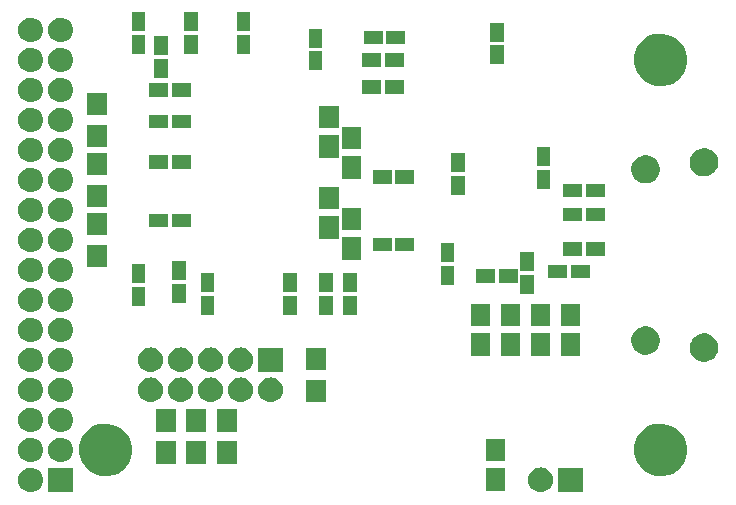
<source format=gbs>
G04 #@! TF.FileFunction,Soldermask,Bot*
%FSLAX46Y46*%
G04 Gerber Fmt 4.6, Leading zero omitted, Abs format (unit mm)*
G04 Created by KiCad (PCBNEW 4.0.4-stable) date 04/10/17 21:25:14*
%MOMM*%
%LPD*%
G01*
G04 APERTURE LIST*
%ADD10C,0.100000*%
G04 APERTURE END LIST*
D10*
G36*
X134831034Y-82786351D02*
X134831052Y-82786357D01*
X134831132Y-82786365D01*
X135026891Y-82846963D01*
X135207153Y-82944430D01*
X135365049Y-83075053D01*
X135494567Y-83233858D01*
X135590773Y-83414795D01*
X135650003Y-83610973D01*
X135670000Y-83814919D01*
X135670000Y-83825154D01*
X135669927Y-83835685D01*
X135669926Y-83835692D01*
X135669898Y-83839741D01*
X135647055Y-84043388D01*
X135585092Y-84238720D01*
X135486369Y-84418296D01*
X135354647Y-84575277D01*
X135194941Y-84703684D01*
X135013337Y-84798624D01*
X134816750Y-84856483D01*
X134816680Y-84856489D01*
X134816661Y-84856495D01*
X134612675Y-84875059D01*
X134408966Y-84853649D01*
X134408948Y-84853643D01*
X134408868Y-84853635D01*
X134213109Y-84793037D01*
X134032847Y-84695570D01*
X133874951Y-84564947D01*
X133745433Y-84406142D01*
X133649227Y-84225205D01*
X133589997Y-84029027D01*
X133570000Y-83825081D01*
X133570000Y-83814846D01*
X133570073Y-83804315D01*
X133570074Y-83804308D01*
X133570102Y-83800259D01*
X133592945Y-83596612D01*
X133654908Y-83401280D01*
X133753631Y-83221704D01*
X133885353Y-83064723D01*
X134045059Y-82936316D01*
X134226663Y-82841376D01*
X134423250Y-82783517D01*
X134423320Y-82783511D01*
X134423339Y-82783505D01*
X134627325Y-82764941D01*
X134831034Y-82786351D01*
X134831034Y-82786351D01*
G37*
G36*
X138210000Y-84870000D02*
X136110000Y-84870000D01*
X136110000Y-82770000D01*
X138210000Y-82770000D01*
X138210000Y-84870000D01*
X138210000Y-84870000D01*
G37*
G36*
X91455685Y-82770073D02*
X91455692Y-82770074D01*
X91459741Y-82770102D01*
X91663388Y-82792945D01*
X91858720Y-82854908D01*
X92038296Y-82953631D01*
X92195277Y-83085353D01*
X92323684Y-83245059D01*
X92418624Y-83426663D01*
X92476483Y-83623250D01*
X92476489Y-83623320D01*
X92476495Y-83623339D01*
X92495059Y-83827325D01*
X92473649Y-84031034D01*
X92473643Y-84031052D01*
X92473635Y-84031132D01*
X92413037Y-84226891D01*
X92315570Y-84407153D01*
X92184947Y-84565049D01*
X92026142Y-84694567D01*
X91845205Y-84790773D01*
X91649027Y-84850003D01*
X91445081Y-84870000D01*
X91434846Y-84870000D01*
X91424315Y-84869927D01*
X91424308Y-84869926D01*
X91420259Y-84869898D01*
X91216612Y-84847055D01*
X91021280Y-84785092D01*
X90841704Y-84686369D01*
X90684723Y-84554647D01*
X90556316Y-84394941D01*
X90461376Y-84213337D01*
X90403517Y-84016750D01*
X90403511Y-84016680D01*
X90403505Y-84016661D01*
X90384941Y-83812675D01*
X90406351Y-83608966D01*
X90406357Y-83608948D01*
X90406365Y-83608868D01*
X90466963Y-83413109D01*
X90564430Y-83232847D01*
X90695053Y-83074951D01*
X90853858Y-82945433D01*
X91034795Y-82849227D01*
X91230973Y-82789997D01*
X91434919Y-82770000D01*
X91445154Y-82770000D01*
X91455685Y-82770073D01*
X91455685Y-82770073D01*
G37*
G36*
X95030000Y-84870000D02*
X92930000Y-84870000D01*
X92930000Y-82770000D01*
X95030000Y-82770000D01*
X95030000Y-84870000D01*
X95030000Y-84870000D01*
G37*
G36*
X131635000Y-84750000D02*
X129985000Y-84750000D01*
X129985000Y-82850000D01*
X131635000Y-82850000D01*
X131635000Y-84750000D01*
X131635000Y-84750000D01*
G37*
G36*
X145014437Y-79049483D02*
X145443218Y-79137498D01*
X145846732Y-79307120D01*
X146209619Y-79551891D01*
X146518049Y-79862481D01*
X146760277Y-80227065D01*
X146927080Y-80631758D01*
X147011963Y-81060452D01*
X147011963Y-81060468D01*
X147012096Y-81061141D01*
X147005115Y-81561097D01*
X147004964Y-81561760D01*
X147004964Y-81561784D01*
X146908144Y-81987936D01*
X146730105Y-82387820D01*
X146477793Y-82745493D01*
X146160810Y-83047353D01*
X145791226Y-83281897D01*
X145383139Y-83440184D01*
X144952064Y-83516195D01*
X144514442Y-83507027D01*
X144086935Y-83413035D01*
X143685826Y-83237794D01*
X143326395Y-82987983D01*
X143022330Y-82673114D01*
X142785214Y-82305181D01*
X142624077Y-81898198D01*
X142545061Y-81467673D01*
X142551173Y-81030000D01*
X142642180Y-80601844D01*
X142814617Y-80199518D01*
X143061913Y-79838352D01*
X143374650Y-79532097D01*
X143740916Y-79292419D01*
X144146761Y-79128447D01*
X144576728Y-79046426D01*
X145014437Y-79049483D01*
X145014437Y-79049483D01*
G37*
G36*
X98024437Y-79049483D02*
X98453218Y-79137498D01*
X98856732Y-79307120D01*
X99219619Y-79551891D01*
X99528049Y-79862481D01*
X99770277Y-80227065D01*
X99937080Y-80631758D01*
X100021963Y-81060452D01*
X100021963Y-81060468D01*
X100022096Y-81061141D01*
X100015115Y-81561097D01*
X100014964Y-81561760D01*
X100014964Y-81561784D01*
X99918144Y-81987936D01*
X99740105Y-82387820D01*
X99487793Y-82745493D01*
X99170810Y-83047353D01*
X98801226Y-83281897D01*
X98393139Y-83440184D01*
X97962064Y-83516195D01*
X97524442Y-83507027D01*
X97096935Y-83413035D01*
X96695826Y-83237794D01*
X96336395Y-82987983D01*
X96032330Y-82673114D01*
X95795214Y-82305181D01*
X95634077Y-81898198D01*
X95555061Y-81467673D01*
X95561173Y-81030000D01*
X95652180Y-80601844D01*
X95824617Y-80199518D01*
X96071913Y-79838352D01*
X96384650Y-79532097D01*
X96750916Y-79292419D01*
X97156761Y-79128447D01*
X97586728Y-79046426D01*
X98024437Y-79049483D01*
X98024437Y-79049483D01*
G37*
G36*
X108927000Y-82437000D02*
X107227000Y-82437000D01*
X107227000Y-80537000D01*
X108927000Y-80537000D01*
X108927000Y-82437000D01*
X108927000Y-82437000D01*
G37*
G36*
X106260000Y-82437000D02*
X104560000Y-82437000D01*
X104560000Y-80537000D01*
X106260000Y-80537000D01*
X106260000Y-82437000D01*
X106260000Y-82437000D01*
G37*
G36*
X103720000Y-82437000D02*
X102020000Y-82437000D01*
X102020000Y-80537000D01*
X103720000Y-80537000D01*
X103720000Y-82437000D01*
X103720000Y-82437000D01*
G37*
G36*
X93995685Y-80230073D02*
X93995692Y-80230074D01*
X93999741Y-80230102D01*
X94203388Y-80252945D01*
X94398720Y-80314908D01*
X94578296Y-80413631D01*
X94735277Y-80545353D01*
X94863684Y-80705059D01*
X94958624Y-80886663D01*
X95016483Y-81083250D01*
X95016489Y-81083320D01*
X95016495Y-81083339D01*
X95035059Y-81287325D01*
X95013649Y-81491034D01*
X95013643Y-81491052D01*
X95013635Y-81491132D01*
X94953037Y-81686891D01*
X94855570Y-81867153D01*
X94724947Y-82025049D01*
X94566142Y-82154567D01*
X94385205Y-82250773D01*
X94189027Y-82310003D01*
X93985081Y-82330000D01*
X93974846Y-82330000D01*
X93964315Y-82329927D01*
X93964308Y-82329926D01*
X93960259Y-82329898D01*
X93756612Y-82307055D01*
X93561280Y-82245092D01*
X93381704Y-82146369D01*
X93224723Y-82014647D01*
X93096316Y-81854941D01*
X93001376Y-81673337D01*
X92943517Y-81476750D01*
X92943511Y-81476680D01*
X92943505Y-81476661D01*
X92924941Y-81272675D01*
X92946351Y-81068966D01*
X92946357Y-81068948D01*
X92946365Y-81068868D01*
X93006963Y-80873109D01*
X93104430Y-80692847D01*
X93235053Y-80534951D01*
X93393858Y-80405433D01*
X93574795Y-80309227D01*
X93770973Y-80249997D01*
X93974919Y-80230000D01*
X93985154Y-80230000D01*
X93995685Y-80230073D01*
X93995685Y-80230073D01*
G37*
G36*
X91455685Y-80230073D02*
X91455692Y-80230074D01*
X91459741Y-80230102D01*
X91663388Y-80252945D01*
X91858720Y-80314908D01*
X92038296Y-80413631D01*
X92195277Y-80545353D01*
X92323684Y-80705059D01*
X92418624Y-80886663D01*
X92476483Y-81083250D01*
X92476489Y-81083320D01*
X92476495Y-81083339D01*
X92495059Y-81287325D01*
X92473649Y-81491034D01*
X92473643Y-81491052D01*
X92473635Y-81491132D01*
X92413037Y-81686891D01*
X92315570Y-81867153D01*
X92184947Y-82025049D01*
X92026142Y-82154567D01*
X91845205Y-82250773D01*
X91649027Y-82310003D01*
X91445081Y-82330000D01*
X91434846Y-82330000D01*
X91424315Y-82329927D01*
X91424308Y-82329926D01*
X91420259Y-82329898D01*
X91216612Y-82307055D01*
X91021280Y-82245092D01*
X90841704Y-82146369D01*
X90684723Y-82014647D01*
X90556316Y-81854941D01*
X90461376Y-81673337D01*
X90403517Y-81476750D01*
X90403511Y-81476680D01*
X90403505Y-81476661D01*
X90384941Y-81272675D01*
X90406351Y-81068966D01*
X90406357Y-81068948D01*
X90406365Y-81068868D01*
X90466963Y-80873109D01*
X90564430Y-80692847D01*
X90695053Y-80534951D01*
X90853858Y-80405433D01*
X91034795Y-80309227D01*
X91230973Y-80249997D01*
X91434919Y-80230000D01*
X91445154Y-80230000D01*
X91455685Y-80230073D01*
X91455685Y-80230073D01*
G37*
G36*
X131635000Y-82250000D02*
X129985000Y-82250000D01*
X129985000Y-80350000D01*
X131635000Y-80350000D01*
X131635000Y-82250000D01*
X131635000Y-82250000D01*
G37*
G36*
X91455685Y-77690073D02*
X91455692Y-77690074D01*
X91459741Y-77690102D01*
X91663388Y-77712945D01*
X91858720Y-77774908D01*
X92038296Y-77873631D01*
X92195277Y-78005353D01*
X92323684Y-78165059D01*
X92418624Y-78346663D01*
X92476483Y-78543250D01*
X92476489Y-78543320D01*
X92476495Y-78543339D01*
X92495059Y-78747325D01*
X92473649Y-78951034D01*
X92473643Y-78951052D01*
X92473635Y-78951132D01*
X92413037Y-79146891D01*
X92315570Y-79327153D01*
X92184947Y-79485049D01*
X92026142Y-79614567D01*
X91845205Y-79710773D01*
X91649027Y-79770003D01*
X91445081Y-79790000D01*
X91434846Y-79790000D01*
X91424315Y-79789927D01*
X91424308Y-79789926D01*
X91420259Y-79789898D01*
X91216612Y-79767055D01*
X91021280Y-79705092D01*
X90841704Y-79606369D01*
X90684723Y-79474647D01*
X90556316Y-79314941D01*
X90461376Y-79133337D01*
X90403517Y-78936750D01*
X90403511Y-78936680D01*
X90403505Y-78936661D01*
X90384941Y-78732675D01*
X90406351Y-78528966D01*
X90406357Y-78528948D01*
X90406365Y-78528868D01*
X90466963Y-78333109D01*
X90564430Y-78152847D01*
X90695053Y-77994951D01*
X90853858Y-77865433D01*
X91034795Y-77769227D01*
X91230973Y-77709997D01*
X91434919Y-77690000D01*
X91445154Y-77690000D01*
X91455685Y-77690073D01*
X91455685Y-77690073D01*
G37*
G36*
X93995685Y-77690073D02*
X93995692Y-77690074D01*
X93999741Y-77690102D01*
X94203388Y-77712945D01*
X94398720Y-77774908D01*
X94578296Y-77873631D01*
X94735277Y-78005353D01*
X94863684Y-78165059D01*
X94958624Y-78346663D01*
X95016483Y-78543250D01*
X95016489Y-78543320D01*
X95016495Y-78543339D01*
X95035059Y-78747325D01*
X95013649Y-78951034D01*
X95013643Y-78951052D01*
X95013635Y-78951132D01*
X94953037Y-79146891D01*
X94855570Y-79327153D01*
X94724947Y-79485049D01*
X94566142Y-79614567D01*
X94385205Y-79710773D01*
X94189027Y-79770003D01*
X93985081Y-79790000D01*
X93974846Y-79790000D01*
X93964315Y-79789927D01*
X93964308Y-79789926D01*
X93960259Y-79789898D01*
X93756612Y-79767055D01*
X93561280Y-79705092D01*
X93381704Y-79606369D01*
X93224723Y-79474647D01*
X93096316Y-79314941D01*
X93001376Y-79133337D01*
X92943517Y-78936750D01*
X92943511Y-78936680D01*
X92943505Y-78936661D01*
X92924941Y-78732675D01*
X92946351Y-78528966D01*
X92946357Y-78528948D01*
X92946365Y-78528868D01*
X93006963Y-78333109D01*
X93104430Y-78152847D01*
X93235053Y-77994951D01*
X93393858Y-77865433D01*
X93574795Y-77769227D01*
X93770973Y-77709997D01*
X93974919Y-77690000D01*
X93985154Y-77690000D01*
X93995685Y-77690073D01*
X93995685Y-77690073D01*
G37*
G36*
X106260000Y-79737000D02*
X104560000Y-79737000D01*
X104560000Y-77837000D01*
X106260000Y-77837000D01*
X106260000Y-79737000D01*
X106260000Y-79737000D01*
G37*
G36*
X108927000Y-79737000D02*
X107227000Y-79737000D01*
X107227000Y-77837000D01*
X108927000Y-77837000D01*
X108927000Y-79737000D01*
X108927000Y-79737000D01*
G37*
G36*
X103720000Y-79737000D02*
X102020000Y-79737000D01*
X102020000Y-77837000D01*
X103720000Y-77837000D01*
X103720000Y-79737000D01*
X103720000Y-79737000D01*
G37*
G36*
X109431034Y-75166351D02*
X109431052Y-75166357D01*
X109431132Y-75166365D01*
X109626891Y-75226963D01*
X109807153Y-75324430D01*
X109965049Y-75455053D01*
X110094567Y-75613858D01*
X110190773Y-75794795D01*
X110250003Y-75990973D01*
X110270000Y-76194919D01*
X110270000Y-76205154D01*
X110269927Y-76215685D01*
X110269926Y-76215692D01*
X110269898Y-76219741D01*
X110247055Y-76423388D01*
X110185092Y-76618720D01*
X110086369Y-76798296D01*
X109954647Y-76955277D01*
X109794941Y-77083684D01*
X109613337Y-77178624D01*
X109416750Y-77236483D01*
X109416680Y-77236489D01*
X109416661Y-77236495D01*
X109212675Y-77255059D01*
X109008966Y-77233649D01*
X109008948Y-77233643D01*
X109008868Y-77233635D01*
X108813109Y-77173037D01*
X108632847Y-77075570D01*
X108474951Y-76944947D01*
X108345433Y-76786142D01*
X108249227Y-76605205D01*
X108189997Y-76409027D01*
X108170000Y-76205081D01*
X108170000Y-76194846D01*
X108170073Y-76184315D01*
X108170074Y-76184308D01*
X108170102Y-76180259D01*
X108192945Y-75976612D01*
X108254908Y-75781280D01*
X108353631Y-75601704D01*
X108485353Y-75444723D01*
X108645059Y-75316316D01*
X108826663Y-75221376D01*
X109023250Y-75163517D01*
X109023320Y-75163511D01*
X109023339Y-75163505D01*
X109227325Y-75144941D01*
X109431034Y-75166351D01*
X109431034Y-75166351D01*
G37*
G36*
X101811034Y-75166351D02*
X101811052Y-75166357D01*
X101811132Y-75166365D01*
X102006891Y-75226963D01*
X102187153Y-75324430D01*
X102345049Y-75455053D01*
X102474567Y-75613858D01*
X102570773Y-75794795D01*
X102630003Y-75990973D01*
X102650000Y-76194919D01*
X102650000Y-76205154D01*
X102649927Y-76215685D01*
X102649926Y-76215692D01*
X102649898Y-76219741D01*
X102627055Y-76423388D01*
X102565092Y-76618720D01*
X102466369Y-76798296D01*
X102334647Y-76955277D01*
X102174941Y-77083684D01*
X101993337Y-77178624D01*
X101796750Y-77236483D01*
X101796680Y-77236489D01*
X101796661Y-77236495D01*
X101592675Y-77255059D01*
X101388966Y-77233649D01*
X101388948Y-77233643D01*
X101388868Y-77233635D01*
X101193109Y-77173037D01*
X101012847Y-77075570D01*
X100854951Y-76944947D01*
X100725433Y-76786142D01*
X100629227Y-76605205D01*
X100569997Y-76409027D01*
X100550000Y-76205081D01*
X100550000Y-76194846D01*
X100550073Y-76184315D01*
X100550074Y-76184308D01*
X100550102Y-76180259D01*
X100572945Y-75976612D01*
X100634908Y-75781280D01*
X100733631Y-75601704D01*
X100865353Y-75444723D01*
X101025059Y-75316316D01*
X101206663Y-75221376D01*
X101403250Y-75163517D01*
X101403320Y-75163511D01*
X101403339Y-75163505D01*
X101607325Y-75144941D01*
X101811034Y-75166351D01*
X101811034Y-75166351D01*
G37*
G36*
X104351034Y-75166351D02*
X104351052Y-75166357D01*
X104351132Y-75166365D01*
X104546891Y-75226963D01*
X104727153Y-75324430D01*
X104885049Y-75455053D01*
X105014567Y-75613858D01*
X105110773Y-75794795D01*
X105170003Y-75990973D01*
X105190000Y-76194919D01*
X105190000Y-76205154D01*
X105189927Y-76215685D01*
X105189926Y-76215692D01*
X105189898Y-76219741D01*
X105167055Y-76423388D01*
X105105092Y-76618720D01*
X105006369Y-76798296D01*
X104874647Y-76955277D01*
X104714941Y-77083684D01*
X104533337Y-77178624D01*
X104336750Y-77236483D01*
X104336680Y-77236489D01*
X104336661Y-77236495D01*
X104132675Y-77255059D01*
X103928966Y-77233649D01*
X103928948Y-77233643D01*
X103928868Y-77233635D01*
X103733109Y-77173037D01*
X103552847Y-77075570D01*
X103394951Y-76944947D01*
X103265433Y-76786142D01*
X103169227Y-76605205D01*
X103109997Y-76409027D01*
X103090000Y-76205081D01*
X103090000Y-76194846D01*
X103090073Y-76184315D01*
X103090074Y-76184308D01*
X103090102Y-76180259D01*
X103112945Y-75976612D01*
X103174908Y-75781280D01*
X103273631Y-75601704D01*
X103405353Y-75444723D01*
X103565059Y-75316316D01*
X103746663Y-75221376D01*
X103943250Y-75163517D01*
X103943320Y-75163511D01*
X103943339Y-75163505D01*
X104147325Y-75144941D01*
X104351034Y-75166351D01*
X104351034Y-75166351D01*
G37*
G36*
X111971034Y-75166351D02*
X111971052Y-75166357D01*
X111971132Y-75166365D01*
X112166891Y-75226963D01*
X112347153Y-75324430D01*
X112505049Y-75455053D01*
X112634567Y-75613858D01*
X112730773Y-75794795D01*
X112790003Y-75990973D01*
X112810000Y-76194919D01*
X112810000Y-76205154D01*
X112809927Y-76215685D01*
X112809926Y-76215692D01*
X112809898Y-76219741D01*
X112787055Y-76423388D01*
X112725092Y-76618720D01*
X112626369Y-76798296D01*
X112494647Y-76955277D01*
X112334941Y-77083684D01*
X112153337Y-77178624D01*
X111956750Y-77236483D01*
X111956680Y-77236489D01*
X111956661Y-77236495D01*
X111752675Y-77255059D01*
X111548966Y-77233649D01*
X111548948Y-77233643D01*
X111548868Y-77233635D01*
X111353109Y-77173037D01*
X111172847Y-77075570D01*
X111014951Y-76944947D01*
X110885433Y-76786142D01*
X110789227Y-76605205D01*
X110729997Y-76409027D01*
X110710000Y-76205081D01*
X110710000Y-76194846D01*
X110710073Y-76184315D01*
X110710074Y-76184308D01*
X110710102Y-76180259D01*
X110732945Y-75976612D01*
X110794908Y-75781280D01*
X110893631Y-75601704D01*
X111025353Y-75444723D01*
X111185059Y-75316316D01*
X111366663Y-75221376D01*
X111563250Y-75163517D01*
X111563320Y-75163511D01*
X111563339Y-75163505D01*
X111767325Y-75144941D01*
X111971034Y-75166351D01*
X111971034Y-75166351D01*
G37*
G36*
X106891034Y-75166351D02*
X106891052Y-75166357D01*
X106891132Y-75166365D01*
X107086891Y-75226963D01*
X107267153Y-75324430D01*
X107425049Y-75455053D01*
X107554567Y-75613858D01*
X107650773Y-75794795D01*
X107710003Y-75990973D01*
X107730000Y-76194919D01*
X107730000Y-76205154D01*
X107729927Y-76215685D01*
X107729926Y-76215692D01*
X107729898Y-76219741D01*
X107707055Y-76423388D01*
X107645092Y-76618720D01*
X107546369Y-76798296D01*
X107414647Y-76955277D01*
X107254941Y-77083684D01*
X107073337Y-77178624D01*
X106876750Y-77236483D01*
X106876680Y-77236489D01*
X106876661Y-77236495D01*
X106672675Y-77255059D01*
X106468966Y-77233649D01*
X106468948Y-77233643D01*
X106468868Y-77233635D01*
X106273109Y-77173037D01*
X106092847Y-77075570D01*
X105934951Y-76944947D01*
X105805433Y-76786142D01*
X105709227Y-76605205D01*
X105649997Y-76409027D01*
X105630000Y-76205081D01*
X105630000Y-76194846D01*
X105630073Y-76184315D01*
X105630074Y-76184308D01*
X105630102Y-76180259D01*
X105652945Y-75976612D01*
X105714908Y-75781280D01*
X105813631Y-75601704D01*
X105945353Y-75444723D01*
X106105059Y-75316316D01*
X106286663Y-75221376D01*
X106483250Y-75163517D01*
X106483320Y-75163511D01*
X106483339Y-75163505D01*
X106687325Y-75144941D01*
X106891034Y-75166351D01*
X106891034Y-75166351D01*
G37*
G36*
X91455685Y-75150073D02*
X91455692Y-75150074D01*
X91459741Y-75150102D01*
X91663388Y-75172945D01*
X91858720Y-75234908D01*
X92038296Y-75333631D01*
X92195277Y-75465353D01*
X92323684Y-75625059D01*
X92418624Y-75806663D01*
X92476483Y-76003250D01*
X92476489Y-76003320D01*
X92476495Y-76003339D01*
X92495059Y-76207325D01*
X92473649Y-76411034D01*
X92473643Y-76411052D01*
X92473635Y-76411132D01*
X92413037Y-76606891D01*
X92315570Y-76787153D01*
X92184947Y-76945049D01*
X92026142Y-77074567D01*
X91845205Y-77170773D01*
X91649027Y-77230003D01*
X91445081Y-77250000D01*
X91434846Y-77250000D01*
X91424315Y-77249927D01*
X91424308Y-77249926D01*
X91420259Y-77249898D01*
X91216612Y-77227055D01*
X91021280Y-77165092D01*
X90841704Y-77066369D01*
X90684723Y-76934647D01*
X90556316Y-76774941D01*
X90461376Y-76593337D01*
X90403517Y-76396750D01*
X90403511Y-76396680D01*
X90403505Y-76396661D01*
X90384941Y-76192675D01*
X90406351Y-75988966D01*
X90406357Y-75988948D01*
X90406365Y-75988868D01*
X90466963Y-75793109D01*
X90564430Y-75612847D01*
X90695053Y-75454951D01*
X90853858Y-75325433D01*
X91034795Y-75229227D01*
X91230973Y-75169997D01*
X91434919Y-75150000D01*
X91445154Y-75150000D01*
X91455685Y-75150073D01*
X91455685Y-75150073D01*
G37*
G36*
X93995685Y-75150073D02*
X93995692Y-75150074D01*
X93999741Y-75150102D01*
X94203388Y-75172945D01*
X94398720Y-75234908D01*
X94578296Y-75333631D01*
X94735277Y-75465353D01*
X94863684Y-75625059D01*
X94958624Y-75806663D01*
X95016483Y-76003250D01*
X95016489Y-76003320D01*
X95016495Y-76003339D01*
X95035059Y-76207325D01*
X95013649Y-76411034D01*
X95013643Y-76411052D01*
X95013635Y-76411132D01*
X94953037Y-76606891D01*
X94855570Y-76787153D01*
X94724947Y-76945049D01*
X94566142Y-77074567D01*
X94385205Y-77170773D01*
X94189027Y-77230003D01*
X93985081Y-77250000D01*
X93974846Y-77250000D01*
X93964315Y-77249927D01*
X93964308Y-77249926D01*
X93960259Y-77249898D01*
X93756612Y-77227055D01*
X93561280Y-77165092D01*
X93381704Y-77066369D01*
X93224723Y-76934647D01*
X93096316Y-76774941D01*
X93001376Y-76593337D01*
X92943517Y-76396750D01*
X92943511Y-76396680D01*
X92943505Y-76396661D01*
X92924941Y-76192675D01*
X92946351Y-75988966D01*
X92946357Y-75988948D01*
X92946365Y-75988868D01*
X93006963Y-75793109D01*
X93104430Y-75612847D01*
X93235053Y-75454951D01*
X93393858Y-75325433D01*
X93574795Y-75229227D01*
X93770973Y-75169997D01*
X93974919Y-75150000D01*
X93985154Y-75150000D01*
X93995685Y-75150073D01*
X93995685Y-75150073D01*
G37*
G36*
X116420000Y-77230000D02*
X114720000Y-77230000D01*
X114720000Y-75330000D01*
X116420000Y-75330000D01*
X116420000Y-77230000D01*
X116420000Y-77230000D01*
G37*
G36*
X104351034Y-72626351D02*
X104351052Y-72626357D01*
X104351132Y-72626365D01*
X104546891Y-72686963D01*
X104727153Y-72784430D01*
X104885049Y-72915053D01*
X105014567Y-73073858D01*
X105110773Y-73254795D01*
X105170003Y-73450973D01*
X105190000Y-73654919D01*
X105190000Y-73665154D01*
X105189927Y-73675685D01*
X105189926Y-73675692D01*
X105189898Y-73679741D01*
X105167055Y-73883388D01*
X105105092Y-74078720D01*
X105006369Y-74258296D01*
X104874647Y-74415277D01*
X104714941Y-74543684D01*
X104533337Y-74638624D01*
X104336750Y-74696483D01*
X104336680Y-74696489D01*
X104336661Y-74696495D01*
X104132675Y-74715059D01*
X103928966Y-74693649D01*
X103928948Y-74693643D01*
X103928868Y-74693635D01*
X103733109Y-74633037D01*
X103552847Y-74535570D01*
X103394951Y-74404947D01*
X103265433Y-74246142D01*
X103169227Y-74065205D01*
X103109997Y-73869027D01*
X103090000Y-73665081D01*
X103090000Y-73654846D01*
X103090073Y-73644315D01*
X103090074Y-73644308D01*
X103090102Y-73640259D01*
X103112945Y-73436612D01*
X103174908Y-73241280D01*
X103273631Y-73061704D01*
X103405353Y-72904723D01*
X103565059Y-72776316D01*
X103746663Y-72681376D01*
X103943250Y-72623517D01*
X103943320Y-72623511D01*
X103943339Y-72623505D01*
X104147325Y-72604941D01*
X104351034Y-72626351D01*
X104351034Y-72626351D01*
G37*
G36*
X109431034Y-72626351D02*
X109431052Y-72626357D01*
X109431132Y-72626365D01*
X109626891Y-72686963D01*
X109807153Y-72784430D01*
X109965049Y-72915053D01*
X110094567Y-73073858D01*
X110190773Y-73254795D01*
X110250003Y-73450973D01*
X110270000Y-73654919D01*
X110270000Y-73665154D01*
X110269927Y-73675685D01*
X110269926Y-73675692D01*
X110269898Y-73679741D01*
X110247055Y-73883388D01*
X110185092Y-74078720D01*
X110086369Y-74258296D01*
X109954647Y-74415277D01*
X109794941Y-74543684D01*
X109613337Y-74638624D01*
X109416750Y-74696483D01*
X109416680Y-74696489D01*
X109416661Y-74696495D01*
X109212675Y-74715059D01*
X109008966Y-74693649D01*
X109008948Y-74693643D01*
X109008868Y-74693635D01*
X108813109Y-74633037D01*
X108632847Y-74535570D01*
X108474951Y-74404947D01*
X108345433Y-74246142D01*
X108249227Y-74065205D01*
X108189997Y-73869027D01*
X108170000Y-73665081D01*
X108170000Y-73654846D01*
X108170073Y-73644315D01*
X108170074Y-73644308D01*
X108170102Y-73640259D01*
X108192945Y-73436612D01*
X108254908Y-73241280D01*
X108353631Y-73061704D01*
X108485353Y-72904723D01*
X108645059Y-72776316D01*
X108826663Y-72681376D01*
X109023250Y-72623517D01*
X109023320Y-72623511D01*
X109023339Y-72623505D01*
X109227325Y-72604941D01*
X109431034Y-72626351D01*
X109431034Y-72626351D01*
G37*
G36*
X101811034Y-72626351D02*
X101811052Y-72626357D01*
X101811132Y-72626365D01*
X102006891Y-72686963D01*
X102187153Y-72784430D01*
X102345049Y-72915053D01*
X102474567Y-73073858D01*
X102570773Y-73254795D01*
X102630003Y-73450973D01*
X102650000Y-73654919D01*
X102650000Y-73665154D01*
X102649927Y-73675685D01*
X102649926Y-73675692D01*
X102649898Y-73679741D01*
X102627055Y-73883388D01*
X102565092Y-74078720D01*
X102466369Y-74258296D01*
X102334647Y-74415277D01*
X102174941Y-74543684D01*
X101993337Y-74638624D01*
X101796750Y-74696483D01*
X101796680Y-74696489D01*
X101796661Y-74696495D01*
X101592675Y-74715059D01*
X101388966Y-74693649D01*
X101388948Y-74693643D01*
X101388868Y-74693635D01*
X101193109Y-74633037D01*
X101012847Y-74535570D01*
X100854951Y-74404947D01*
X100725433Y-74246142D01*
X100629227Y-74065205D01*
X100569997Y-73869027D01*
X100550000Y-73665081D01*
X100550000Y-73654846D01*
X100550073Y-73644315D01*
X100550074Y-73644308D01*
X100550102Y-73640259D01*
X100572945Y-73436612D01*
X100634908Y-73241280D01*
X100733631Y-73061704D01*
X100865353Y-72904723D01*
X101025059Y-72776316D01*
X101206663Y-72681376D01*
X101403250Y-72623517D01*
X101403320Y-72623511D01*
X101403339Y-72623505D01*
X101607325Y-72604941D01*
X101811034Y-72626351D01*
X101811034Y-72626351D01*
G37*
G36*
X106891034Y-72626351D02*
X106891052Y-72626357D01*
X106891132Y-72626365D01*
X107086891Y-72686963D01*
X107267153Y-72784430D01*
X107425049Y-72915053D01*
X107554567Y-73073858D01*
X107650773Y-73254795D01*
X107710003Y-73450973D01*
X107730000Y-73654919D01*
X107730000Y-73665154D01*
X107729927Y-73675685D01*
X107729926Y-73675692D01*
X107729898Y-73679741D01*
X107707055Y-73883388D01*
X107645092Y-74078720D01*
X107546369Y-74258296D01*
X107414647Y-74415277D01*
X107254941Y-74543684D01*
X107073337Y-74638624D01*
X106876750Y-74696483D01*
X106876680Y-74696489D01*
X106876661Y-74696495D01*
X106672675Y-74715059D01*
X106468966Y-74693649D01*
X106468948Y-74693643D01*
X106468868Y-74693635D01*
X106273109Y-74633037D01*
X106092847Y-74535570D01*
X105934951Y-74404947D01*
X105805433Y-74246142D01*
X105709227Y-74065205D01*
X105649997Y-73869027D01*
X105630000Y-73665081D01*
X105630000Y-73654846D01*
X105630073Y-73644315D01*
X105630074Y-73644308D01*
X105630102Y-73640259D01*
X105652945Y-73436612D01*
X105714908Y-73241280D01*
X105813631Y-73061704D01*
X105945353Y-72904723D01*
X106105059Y-72776316D01*
X106286663Y-72681376D01*
X106483250Y-72623517D01*
X106483320Y-72623511D01*
X106483339Y-72623505D01*
X106687325Y-72604941D01*
X106891034Y-72626351D01*
X106891034Y-72626351D01*
G37*
G36*
X112810000Y-74710000D02*
X110710000Y-74710000D01*
X110710000Y-72610000D01*
X112810000Y-72610000D01*
X112810000Y-74710000D01*
X112810000Y-74710000D01*
G37*
G36*
X93995685Y-72610073D02*
X93995692Y-72610074D01*
X93999741Y-72610102D01*
X94203388Y-72632945D01*
X94398720Y-72694908D01*
X94578296Y-72793631D01*
X94735277Y-72925353D01*
X94863684Y-73085059D01*
X94958624Y-73266663D01*
X95016483Y-73463250D01*
X95016489Y-73463320D01*
X95016495Y-73463339D01*
X95035059Y-73667325D01*
X95013649Y-73871034D01*
X95013643Y-73871052D01*
X95013635Y-73871132D01*
X94953037Y-74066891D01*
X94855570Y-74247153D01*
X94724947Y-74405049D01*
X94566142Y-74534567D01*
X94385205Y-74630773D01*
X94189027Y-74690003D01*
X93985081Y-74710000D01*
X93974846Y-74710000D01*
X93964315Y-74709927D01*
X93964308Y-74709926D01*
X93960259Y-74709898D01*
X93756612Y-74687055D01*
X93561280Y-74625092D01*
X93381704Y-74526369D01*
X93224723Y-74394647D01*
X93096316Y-74234941D01*
X93001376Y-74053337D01*
X92943517Y-73856750D01*
X92943511Y-73856680D01*
X92943505Y-73856661D01*
X92924941Y-73652675D01*
X92946351Y-73448966D01*
X92946357Y-73448948D01*
X92946365Y-73448868D01*
X93006963Y-73253109D01*
X93104430Y-73072847D01*
X93235053Y-72914951D01*
X93393858Y-72785433D01*
X93574795Y-72689227D01*
X93770973Y-72629997D01*
X93974919Y-72610000D01*
X93985154Y-72610000D01*
X93995685Y-72610073D01*
X93995685Y-72610073D01*
G37*
G36*
X91455685Y-72610073D02*
X91455692Y-72610074D01*
X91459741Y-72610102D01*
X91663388Y-72632945D01*
X91858720Y-72694908D01*
X92038296Y-72793631D01*
X92195277Y-72925353D01*
X92323684Y-73085059D01*
X92418624Y-73266663D01*
X92476483Y-73463250D01*
X92476489Y-73463320D01*
X92476495Y-73463339D01*
X92495059Y-73667325D01*
X92473649Y-73871034D01*
X92473643Y-73871052D01*
X92473635Y-73871132D01*
X92413037Y-74066891D01*
X92315570Y-74247153D01*
X92184947Y-74405049D01*
X92026142Y-74534567D01*
X91845205Y-74630773D01*
X91649027Y-74690003D01*
X91445081Y-74710000D01*
X91434846Y-74710000D01*
X91424315Y-74709927D01*
X91424308Y-74709926D01*
X91420259Y-74709898D01*
X91216612Y-74687055D01*
X91021280Y-74625092D01*
X90841704Y-74526369D01*
X90684723Y-74394647D01*
X90556316Y-74234941D01*
X90461376Y-74053337D01*
X90403517Y-73856750D01*
X90403511Y-73856680D01*
X90403505Y-73856661D01*
X90384941Y-73652675D01*
X90406351Y-73448966D01*
X90406357Y-73448948D01*
X90406365Y-73448868D01*
X90466963Y-73253109D01*
X90564430Y-73072847D01*
X90695053Y-72914951D01*
X90853858Y-72785433D01*
X91034795Y-72689227D01*
X91230973Y-72629997D01*
X91434919Y-72610000D01*
X91445154Y-72610000D01*
X91455685Y-72610073D01*
X91455685Y-72610073D01*
G37*
G36*
X116420000Y-74530000D02*
X114720000Y-74530000D01*
X114720000Y-72630000D01*
X116420000Y-72630000D01*
X116420000Y-74530000D01*
X116420000Y-74530000D01*
G37*
G36*
X148586041Y-71420796D02*
X148816570Y-71468116D01*
X149033512Y-71559310D01*
X149228615Y-71690908D01*
X149394436Y-71857891D01*
X149524666Y-72053904D01*
X149614347Y-72271486D01*
X149659919Y-72501641D01*
X149659919Y-72501666D01*
X149660051Y-72502334D01*
X149656298Y-72771128D01*
X149656147Y-72771791D01*
X149656147Y-72771815D01*
X149604164Y-73000612D01*
X149508445Y-73215603D01*
X149372794Y-73407900D01*
X149202372Y-73570191D01*
X149003669Y-73696291D01*
X148784270Y-73781391D01*
X148552507Y-73822257D01*
X148317226Y-73817328D01*
X148087385Y-73766795D01*
X147871734Y-73672579D01*
X147678491Y-73538272D01*
X147515015Y-73368987D01*
X147387533Y-73171173D01*
X147300899Y-72952363D01*
X147258418Y-72720900D01*
X147261704Y-72485592D01*
X147310633Y-72255400D01*
X147403341Y-72039094D01*
X147536296Y-71844919D01*
X147704433Y-71680268D01*
X147901354Y-71551406D01*
X148119547Y-71463250D01*
X148350714Y-71419152D01*
X148586041Y-71420796D01*
X148586041Y-71420796D01*
G37*
G36*
X135445000Y-73320000D02*
X133795000Y-73320000D01*
X133795000Y-71420000D01*
X135445000Y-71420000D01*
X135445000Y-73320000D01*
X135445000Y-73320000D01*
G37*
G36*
X130365000Y-73320000D02*
X128715000Y-73320000D01*
X128715000Y-71420000D01*
X130365000Y-71420000D01*
X130365000Y-73320000D01*
X130365000Y-73320000D01*
G37*
G36*
X132905000Y-73320000D02*
X131255000Y-73320000D01*
X131255000Y-71420000D01*
X132905000Y-71420000D01*
X132905000Y-73320000D01*
X132905000Y-73320000D01*
G37*
G36*
X137985000Y-73320000D02*
X136335000Y-73320000D01*
X136335000Y-71420000D01*
X137985000Y-71420000D01*
X137985000Y-73320000D01*
X137985000Y-73320000D01*
G37*
G36*
X143636041Y-70820796D02*
X143866570Y-70868116D01*
X144083512Y-70959310D01*
X144278615Y-71090908D01*
X144444436Y-71257891D01*
X144574666Y-71453904D01*
X144664347Y-71671486D01*
X144709919Y-71901641D01*
X144709919Y-71901666D01*
X144710051Y-71902334D01*
X144706298Y-72171128D01*
X144706147Y-72171791D01*
X144706147Y-72171815D01*
X144654164Y-72400612D01*
X144558445Y-72615603D01*
X144422794Y-72807900D01*
X144252372Y-72970191D01*
X144053669Y-73096291D01*
X143834270Y-73181391D01*
X143602507Y-73222257D01*
X143367226Y-73217328D01*
X143137385Y-73166795D01*
X142921734Y-73072579D01*
X142728491Y-72938272D01*
X142565015Y-72768987D01*
X142437533Y-72571173D01*
X142350899Y-72352363D01*
X142308418Y-72120900D01*
X142311704Y-71885592D01*
X142360633Y-71655400D01*
X142453341Y-71439094D01*
X142586296Y-71244919D01*
X142754433Y-71080268D01*
X142951354Y-70951406D01*
X143169547Y-70863250D01*
X143400714Y-70819152D01*
X143636041Y-70820796D01*
X143636041Y-70820796D01*
G37*
G36*
X93995685Y-70070073D02*
X93995692Y-70070074D01*
X93999741Y-70070102D01*
X94203388Y-70092945D01*
X94398720Y-70154908D01*
X94578296Y-70253631D01*
X94735277Y-70385353D01*
X94863684Y-70545059D01*
X94958624Y-70726663D01*
X95016483Y-70923250D01*
X95016489Y-70923320D01*
X95016495Y-70923339D01*
X95035059Y-71127325D01*
X95013649Y-71331034D01*
X95013643Y-71331052D01*
X95013635Y-71331132D01*
X94953037Y-71526891D01*
X94855570Y-71707153D01*
X94724947Y-71865049D01*
X94566142Y-71994567D01*
X94385205Y-72090773D01*
X94189027Y-72150003D01*
X93985081Y-72170000D01*
X93974846Y-72170000D01*
X93964315Y-72169927D01*
X93964308Y-72169926D01*
X93960259Y-72169898D01*
X93756612Y-72147055D01*
X93561280Y-72085092D01*
X93381704Y-71986369D01*
X93224723Y-71854647D01*
X93096316Y-71694941D01*
X93001376Y-71513337D01*
X92943517Y-71316750D01*
X92943511Y-71316680D01*
X92943505Y-71316661D01*
X92924941Y-71112675D01*
X92946351Y-70908966D01*
X92946357Y-70908948D01*
X92946365Y-70908868D01*
X93006963Y-70713109D01*
X93104430Y-70532847D01*
X93235053Y-70374951D01*
X93393858Y-70245433D01*
X93574795Y-70149227D01*
X93770973Y-70089997D01*
X93974919Y-70070000D01*
X93985154Y-70070000D01*
X93995685Y-70070073D01*
X93995685Y-70070073D01*
G37*
G36*
X91455685Y-70070073D02*
X91455692Y-70070074D01*
X91459741Y-70070102D01*
X91663388Y-70092945D01*
X91858720Y-70154908D01*
X92038296Y-70253631D01*
X92195277Y-70385353D01*
X92323684Y-70545059D01*
X92418624Y-70726663D01*
X92476483Y-70923250D01*
X92476489Y-70923320D01*
X92476495Y-70923339D01*
X92495059Y-71127325D01*
X92473649Y-71331034D01*
X92473643Y-71331052D01*
X92473635Y-71331132D01*
X92413037Y-71526891D01*
X92315570Y-71707153D01*
X92184947Y-71865049D01*
X92026142Y-71994567D01*
X91845205Y-72090773D01*
X91649027Y-72150003D01*
X91445081Y-72170000D01*
X91434846Y-72170000D01*
X91424315Y-72169927D01*
X91424308Y-72169926D01*
X91420259Y-72169898D01*
X91216612Y-72147055D01*
X91021280Y-72085092D01*
X90841704Y-71986369D01*
X90684723Y-71854647D01*
X90556316Y-71694941D01*
X90461376Y-71513337D01*
X90403517Y-71316750D01*
X90403511Y-71316680D01*
X90403505Y-71316661D01*
X90384941Y-71112675D01*
X90406351Y-70908966D01*
X90406357Y-70908948D01*
X90406365Y-70908868D01*
X90466963Y-70713109D01*
X90564430Y-70532847D01*
X90695053Y-70374951D01*
X90853858Y-70245433D01*
X91034795Y-70149227D01*
X91230973Y-70089997D01*
X91434919Y-70070000D01*
X91445154Y-70070000D01*
X91455685Y-70070073D01*
X91455685Y-70070073D01*
G37*
G36*
X130365000Y-70820000D02*
X128715000Y-70820000D01*
X128715000Y-68920000D01*
X130365000Y-68920000D01*
X130365000Y-70820000D01*
X130365000Y-70820000D01*
G37*
G36*
X135445000Y-70820000D02*
X133795000Y-70820000D01*
X133795000Y-68920000D01*
X135445000Y-68920000D01*
X135445000Y-70820000D01*
X135445000Y-70820000D01*
G37*
G36*
X132905000Y-70820000D02*
X131255000Y-70820000D01*
X131255000Y-68920000D01*
X132905000Y-68920000D01*
X132905000Y-70820000D01*
X132905000Y-70820000D01*
G37*
G36*
X137985000Y-70820000D02*
X136335000Y-70820000D01*
X136335000Y-68920000D01*
X137985000Y-68920000D01*
X137985000Y-70820000D01*
X137985000Y-70820000D01*
G37*
G36*
X117034000Y-69822000D02*
X115884000Y-69822000D01*
X115884000Y-68222000D01*
X117034000Y-68222000D01*
X117034000Y-69822000D01*
X117034000Y-69822000D01*
G37*
G36*
X119066000Y-69822000D02*
X117916000Y-69822000D01*
X117916000Y-68222000D01*
X119066000Y-68222000D01*
X119066000Y-69822000D01*
X119066000Y-69822000D01*
G37*
G36*
X113986000Y-69822000D02*
X112836000Y-69822000D01*
X112836000Y-68222000D01*
X113986000Y-68222000D01*
X113986000Y-69822000D01*
X113986000Y-69822000D01*
G37*
G36*
X107001000Y-69822000D02*
X105851000Y-69822000D01*
X105851000Y-68222000D01*
X107001000Y-68222000D01*
X107001000Y-69822000D01*
X107001000Y-69822000D01*
G37*
G36*
X91455685Y-67530073D02*
X91455692Y-67530074D01*
X91459741Y-67530102D01*
X91663388Y-67552945D01*
X91858720Y-67614908D01*
X92038296Y-67713631D01*
X92195277Y-67845353D01*
X92323684Y-68005059D01*
X92418624Y-68186663D01*
X92476483Y-68383250D01*
X92476489Y-68383320D01*
X92476495Y-68383339D01*
X92495059Y-68587325D01*
X92473649Y-68791034D01*
X92473643Y-68791052D01*
X92473635Y-68791132D01*
X92413037Y-68986891D01*
X92315570Y-69167153D01*
X92184947Y-69325049D01*
X92026142Y-69454567D01*
X91845205Y-69550773D01*
X91649027Y-69610003D01*
X91445081Y-69630000D01*
X91434846Y-69630000D01*
X91424315Y-69629927D01*
X91424308Y-69629926D01*
X91420259Y-69629898D01*
X91216612Y-69607055D01*
X91021280Y-69545092D01*
X90841704Y-69446369D01*
X90684723Y-69314647D01*
X90556316Y-69154941D01*
X90461376Y-68973337D01*
X90403517Y-68776750D01*
X90403511Y-68776680D01*
X90403505Y-68776661D01*
X90384941Y-68572675D01*
X90406351Y-68368966D01*
X90406357Y-68368948D01*
X90406365Y-68368868D01*
X90466963Y-68173109D01*
X90564430Y-67992847D01*
X90695053Y-67834951D01*
X90853858Y-67705433D01*
X91034795Y-67609227D01*
X91230973Y-67549997D01*
X91434919Y-67530000D01*
X91445154Y-67530000D01*
X91455685Y-67530073D01*
X91455685Y-67530073D01*
G37*
G36*
X93995685Y-67530073D02*
X93995692Y-67530074D01*
X93999741Y-67530102D01*
X94203388Y-67552945D01*
X94398720Y-67614908D01*
X94578296Y-67713631D01*
X94735277Y-67845353D01*
X94863684Y-68005059D01*
X94958624Y-68186663D01*
X95016483Y-68383250D01*
X95016489Y-68383320D01*
X95016495Y-68383339D01*
X95035059Y-68587325D01*
X95013649Y-68791034D01*
X95013643Y-68791052D01*
X95013635Y-68791132D01*
X94953037Y-68986891D01*
X94855570Y-69167153D01*
X94724947Y-69325049D01*
X94566142Y-69454567D01*
X94385205Y-69550773D01*
X94189027Y-69610003D01*
X93985081Y-69630000D01*
X93974846Y-69630000D01*
X93964315Y-69629927D01*
X93964308Y-69629926D01*
X93960259Y-69629898D01*
X93756612Y-69607055D01*
X93561280Y-69545092D01*
X93381704Y-69446369D01*
X93224723Y-69314647D01*
X93096316Y-69154941D01*
X93001376Y-68973337D01*
X92943517Y-68776750D01*
X92943511Y-68776680D01*
X92943505Y-68776661D01*
X92924941Y-68572675D01*
X92946351Y-68368966D01*
X92946357Y-68368948D01*
X92946365Y-68368868D01*
X93006963Y-68173109D01*
X93104430Y-67992847D01*
X93235053Y-67834951D01*
X93393858Y-67705433D01*
X93574795Y-67609227D01*
X93770973Y-67549997D01*
X93974919Y-67530000D01*
X93985154Y-67530000D01*
X93995685Y-67530073D01*
X93995685Y-67530073D01*
G37*
G36*
X101159000Y-69060000D02*
X100009000Y-69060000D01*
X100009000Y-67460000D01*
X101159000Y-67460000D01*
X101159000Y-69060000D01*
X101159000Y-69060000D01*
G37*
G36*
X104588000Y-68806000D02*
X103438000Y-68806000D01*
X103438000Y-67206000D01*
X104588000Y-67206000D01*
X104588000Y-68806000D01*
X104588000Y-68806000D01*
G37*
G36*
X134052000Y-68044000D02*
X132902000Y-68044000D01*
X132902000Y-66444000D01*
X134052000Y-66444000D01*
X134052000Y-68044000D01*
X134052000Y-68044000D01*
G37*
G36*
X117034000Y-67922000D02*
X115884000Y-67922000D01*
X115884000Y-66322000D01*
X117034000Y-66322000D01*
X117034000Y-67922000D01*
X117034000Y-67922000D01*
G37*
G36*
X113986000Y-67922000D02*
X112836000Y-67922000D01*
X112836000Y-66322000D01*
X113986000Y-66322000D01*
X113986000Y-67922000D01*
X113986000Y-67922000D01*
G37*
G36*
X107001000Y-67922000D02*
X105851000Y-67922000D01*
X105851000Y-66322000D01*
X107001000Y-66322000D01*
X107001000Y-67922000D01*
X107001000Y-67922000D01*
G37*
G36*
X119066000Y-67922000D02*
X117916000Y-67922000D01*
X117916000Y-66322000D01*
X119066000Y-66322000D01*
X119066000Y-67922000D01*
X119066000Y-67922000D01*
G37*
G36*
X127321000Y-67282000D02*
X126171000Y-67282000D01*
X126171000Y-65682000D01*
X127321000Y-65682000D01*
X127321000Y-67282000D01*
X127321000Y-67282000D01*
G37*
G36*
X101159000Y-67160000D02*
X100009000Y-67160000D01*
X100009000Y-65560000D01*
X101159000Y-65560000D01*
X101159000Y-67160000D01*
X101159000Y-67160000D01*
G37*
G36*
X130787000Y-67123000D02*
X129187000Y-67123000D01*
X129187000Y-65973000D01*
X130787000Y-65973000D01*
X130787000Y-67123000D01*
X130787000Y-67123000D01*
G37*
G36*
X132687000Y-67123000D02*
X131087000Y-67123000D01*
X131087000Y-65973000D01*
X132687000Y-65973000D01*
X132687000Y-67123000D01*
X132687000Y-67123000D01*
G37*
G36*
X93995685Y-64990073D02*
X93995692Y-64990074D01*
X93999741Y-64990102D01*
X94203388Y-65012945D01*
X94398720Y-65074908D01*
X94578296Y-65173631D01*
X94735277Y-65305353D01*
X94863684Y-65465059D01*
X94958624Y-65646663D01*
X95016483Y-65843250D01*
X95016489Y-65843320D01*
X95016495Y-65843339D01*
X95035059Y-66047325D01*
X95013649Y-66251034D01*
X95013643Y-66251052D01*
X95013635Y-66251132D01*
X94953037Y-66446891D01*
X94855570Y-66627153D01*
X94724947Y-66785049D01*
X94566142Y-66914567D01*
X94385205Y-67010773D01*
X94189027Y-67070003D01*
X93985081Y-67090000D01*
X93974846Y-67090000D01*
X93964315Y-67089927D01*
X93964308Y-67089926D01*
X93960259Y-67089898D01*
X93756612Y-67067055D01*
X93561280Y-67005092D01*
X93381704Y-66906369D01*
X93224723Y-66774647D01*
X93096316Y-66614941D01*
X93001376Y-66433337D01*
X92943517Y-66236750D01*
X92943511Y-66236680D01*
X92943505Y-66236661D01*
X92924941Y-66032675D01*
X92946351Y-65828966D01*
X92946357Y-65828948D01*
X92946365Y-65828868D01*
X93006963Y-65633109D01*
X93104430Y-65452847D01*
X93235053Y-65294951D01*
X93393858Y-65165433D01*
X93574795Y-65069227D01*
X93770973Y-65009997D01*
X93974919Y-64990000D01*
X93985154Y-64990000D01*
X93995685Y-64990073D01*
X93995685Y-64990073D01*
G37*
G36*
X91455685Y-64990073D02*
X91455692Y-64990074D01*
X91459741Y-64990102D01*
X91663388Y-65012945D01*
X91858720Y-65074908D01*
X92038296Y-65173631D01*
X92195277Y-65305353D01*
X92323684Y-65465059D01*
X92418624Y-65646663D01*
X92476483Y-65843250D01*
X92476489Y-65843320D01*
X92476495Y-65843339D01*
X92495059Y-66047325D01*
X92473649Y-66251034D01*
X92473643Y-66251052D01*
X92473635Y-66251132D01*
X92413037Y-66446891D01*
X92315570Y-66627153D01*
X92184947Y-66785049D01*
X92026142Y-66914567D01*
X91845205Y-67010773D01*
X91649027Y-67070003D01*
X91445081Y-67090000D01*
X91434846Y-67090000D01*
X91424315Y-67089927D01*
X91424308Y-67089926D01*
X91420259Y-67089898D01*
X91216612Y-67067055D01*
X91021280Y-67005092D01*
X90841704Y-66906369D01*
X90684723Y-66774647D01*
X90556316Y-66614941D01*
X90461376Y-66433337D01*
X90403517Y-66236750D01*
X90403511Y-66236680D01*
X90403505Y-66236661D01*
X90384941Y-66032675D01*
X90406351Y-65828966D01*
X90406357Y-65828948D01*
X90406365Y-65828868D01*
X90466963Y-65633109D01*
X90564430Y-65452847D01*
X90695053Y-65294951D01*
X90853858Y-65165433D01*
X91034795Y-65069227D01*
X91230973Y-65009997D01*
X91434919Y-64990000D01*
X91445154Y-64990000D01*
X91455685Y-64990073D01*
X91455685Y-64990073D01*
G37*
G36*
X104588000Y-66906000D02*
X103438000Y-66906000D01*
X103438000Y-65306000D01*
X104588000Y-65306000D01*
X104588000Y-66906000D01*
X104588000Y-66906000D01*
G37*
G36*
X136883000Y-66742000D02*
X135283000Y-66742000D01*
X135283000Y-65592000D01*
X136883000Y-65592000D01*
X136883000Y-66742000D01*
X136883000Y-66742000D01*
G37*
G36*
X138783000Y-66742000D02*
X137183000Y-66742000D01*
X137183000Y-65592000D01*
X138783000Y-65592000D01*
X138783000Y-66742000D01*
X138783000Y-66742000D01*
G37*
G36*
X134052000Y-66144000D02*
X132902000Y-66144000D01*
X132902000Y-64544000D01*
X134052000Y-64544000D01*
X134052000Y-66144000D01*
X134052000Y-66144000D01*
G37*
G36*
X97878000Y-65800000D02*
X96178000Y-65800000D01*
X96178000Y-63900000D01*
X97878000Y-63900000D01*
X97878000Y-65800000D01*
X97878000Y-65800000D01*
G37*
G36*
X127321000Y-65382000D02*
X126171000Y-65382000D01*
X126171000Y-63782000D01*
X127321000Y-63782000D01*
X127321000Y-65382000D01*
X127321000Y-65382000D01*
G37*
G36*
X119443000Y-65192000D02*
X117793000Y-65192000D01*
X117793000Y-63292000D01*
X119443000Y-63292000D01*
X119443000Y-65192000D01*
X119443000Y-65192000D01*
G37*
G36*
X138153000Y-64837000D02*
X136553000Y-64837000D01*
X136553000Y-63687000D01*
X138153000Y-63687000D01*
X138153000Y-64837000D01*
X138153000Y-64837000D01*
G37*
G36*
X140053000Y-64837000D02*
X138453000Y-64837000D01*
X138453000Y-63687000D01*
X140053000Y-63687000D01*
X140053000Y-64837000D01*
X140053000Y-64837000D01*
G37*
G36*
X91455685Y-62450073D02*
X91455692Y-62450074D01*
X91459741Y-62450102D01*
X91663388Y-62472945D01*
X91858720Y-62534908D01*
X92038296Y-62633631D01*
X92195277Y-62765353D01*
X92323684Y-62925059D01*
X92418624Y-63106663D01*
X92476483Y-63303250D01*
X92476489Y-63303320D01*
X92476495Y-63303339D01*
X92495059Y-63507325D01*
X92473649Y-63711034D01*
X92473643Y-63711052D01*
X92473635Y-63711132D01*
X92413037Y-63906891D01*
X92315570Y-64087153D01*
X92184947Y-64245049D01*
X92026142Y-64374567D01*
X91845205Y-64470773D01*
X91649027Y-64530003D01*
X91445081Y-64550000D01*
X91434846Y-64550000D01*
X91424315Y-64549927D01*
X91424308Y-64549926D01*
X91420259Y-64549898D01*
X91216612Y-64527055D01*
X91021280Y-64465092D01*
X90841704Y-64366369D01*
X90684723Y-64234647D01*
X90556316Y-64074941D01*
X90461376Y-63893337D01*
X90403517Y-63696750D01*
X90403511Y-63696680D01*
X90403505Y-63696661D01*
X90384941Y-63492675D01*
X90406351Y-63288966D01*
X90406357Y-63288948D01*
X90406365Y-63288868D01*
X90466963Y-63093109D01*
X90564430Y-62912847D01*
X90695053Y-62754951D01*
X90853858Y-62625433D01*
X91034795Y-62529227D01*
X91230973Y-62469997D01*
X91434919Y-62450000D01*
X91445154Y-62450000D01*
X91455685Y-62450073D01*
X91455685Y-62450073D01*
G37*
G36*
X93995685Y-62450073D02*
X93995692Y-62450074D01*
X93999741Y-62450102D01*
X94203388Y-62472945D01*
X94398720Y-62534908D01*
X94578296Y-62633631D01*
X94735277Y-62765353D01*
X94863684Y-62925059D01*
X94958624Y-63106663D01*
X95016483Y-63303250D01*
X95016489Y-63303320D01*
X95016495Y-63303339D01*
X95035059Y-63507325D01*
X95013649Y-63711034D01*
X95013643Y-63711052D01*
X95013635Y-63711132D01*
X94953037Y-63906891D01*
X94855570Y-64087153D01*
X94724947Y-64245049D01*
X94566142Y-64374567D01*
X94385205Y-64470773D01*
X94189027Y-64530003D01*
X93985081Y-64550000D01*
X93974846Y-64550000D01*
X93964315Y-64549927D01*
X93964308Y-64549926D01*
X93960259Y-64549898D01*
X93756612Y-64527055D01*
X93561280Y-64465092D01*
X93381704Y-64366369D01*
X93224723Y-64234647D01*
X93096316Y-64074941D01*
X93001376Y-63893337D01*
X92943517Y-63696750D01*
X92943511Y-63696680D01*
X92943505Y-63696661D01*
X92924941Y-63492675D01*
X92946351Y-63288966D01*
X92946357Y-63288948D01*
X92946365Y-63288868D01*
X93006963Y-63093109D01*
X93104430Y-62912847D01*
X93235053Y-62754951D01*
X93393858Y-62625433D01*
X93574795Y-62529227D01*
X93770973Y-62469997D01*
X93974919Y-62450000D01*
X93985154Y-62450000D01*
X93995685Y-62450073D01*
X93995685Y-62450073D01*
G37*
G36*
X122024000Y-64456000D02*
X120424000Y-64456000D01*
X120424000Y-63306000D01*
X122024000Y-63306000D01*
X122024000Y-64456000D01*
X122024000Y-64456000D01*
G37*
G36*
X123924000Y-64456000D02*
X122324000Y-64456000D01*
X122324000Y-63306000D01*
X123924000Y-63306000D01*
X123924000Y-64456000D01*
X123924000Y-64456000D01*
G37*
G36*
X117538000Y-63414000D02*
X115888000Y-63414000D01*
X115888000Y-61514000D01*
X117538000Y-61514000D01*
X117538000Y-63414000D01*
X117538000Y-63414000D01*
G37*
G36*
X97878000Y-63100000D02*
X96178000Y-63100000D01*
X96178000Y-61200000D01*
X97878000Y-61200000D01*
X97878000Y-63100000D01*
X97878000Y-63100000D01*
G37*
G36*
X119443000Y-62692000D02*
X117793000Y-62692000D01*
X117793000Y-60792000D01*
X119443000Y-60792000D01*
X119443000Y-62692000D01*
X119443000Y-62692000D01*
G37*
G36*
X105001000Y-62424000D02*
X103401000Y-62424000D01*
X103401000Y-61274000D01*
X105001000Y-61274000D01*
X105001000Y-62424000D01*
X105001000Y-62424000D01*
G37*
G36*
X103101000Y-62424000D02*
X101501000Y-62424000D01*
X101501000Y-61274000D01*
X103101000Y-61274000D01*
X103101000Y-62424000D01*
X103101000Y-62424000D01*
G37*
G36*
X93995685Y-59910073D02*
X93995692Y-59910074D01*
X93999741Y-59910102D01*
X94203388Y-59932945D01*
X94398720Y-59994908D01*
X94578296Y-60093631D01*
X94735277Y-60225353D01*
X94863684Y-60385059D01*
X94958624Y-60566663D01*
X95016483Y-60763250D01*
X95016489Y-60763320D01*
X95016495Y-60763339D01*
X95035059Y-60967325D01*
X95013649Y-61171034D01*
X95013643Y-61171052D01*
X95013635Y-61171132D01*
X94953037Y-61366891D01*
X94855570Y-61547153D01*
X94724947Y-61705049D01*
X94566142Y-61834567D01*
X94385205Y-61930773D01*
X94189027Y-61990003D01*
X93985081Y-62010000D01*
X93974846Y-62010000D01*
X93964315Y-62009927D01*
X93964308Y-62009926D01*
X93960259Y-62009898D01*
X93756612Y-61987055D01*
X93561280Y-61925092D01*
X93381704Y-61826369D01*
X93224723Y-61694647D01*
X93096316Y-61534941D01*
X93001376Y-61353337D01*
X92943517Y-61156750D01*
X92943511Y-61156680D01*
X92943505Y-61156661D01*
X92924941Y-60952675D01*
X92946351Y-60748966D01*
X92946357Y-60748948D01*
X92946365Y-60748868D01*
X93006963Y-60553109D01*
X93104430Y-60372847D01*
X93235053Y-60214951D01*
X93393858Y-60085433D01*
X93574795Y-59989227D01*
X93770973Y-59929997D01*
X93974919Y-59910000D01*
X93985154Y-59910000D01*
X93995685Y-59910073D01*
X93995685Y-59910073D01*
G37*
G36*
X91455685Y-59910073D02*
X91455692Y-59910074D01*
X91459741Y-59910102D01*
X91663388Y-59932945D01*
X91858720Y-59994908D01*
X92038296Y-60093631D01*
X92195277Y-60225353D01*
X92323684Y-60385059D01*
X92418624Y-60566663D01*
X92476483Y-60763250D01*
X92476489Y-60763320D01*
X92476495Y-60763339D01*
X92495059Y-60967325D01*
X92473649Y-61171034D01*
X92473643Y-61171052D01*
X92473635Y-61171132D01*
X92413037Y-61366891D01*
X92315570Y-61547153D01*
X92184947Y-61705049D01*
X92026142Y-61834567D01*
X91845205Y-61930773D01*
X91649027Y-61990003D01*
X91445081Y-62010000D01*
X91434846Y-62010000D01*
X91424315Y-62009927D01*
X91424308Y-62009926D01*
X91420259Y-62009898D01*
X91216612Y-61987055D01*
X91021280Y-61925092D01*
X90841704Y-61826369D01*
X90684723Y-61694647D01*
X90556316Y-61534941D01*
X90461376Y-61353337D01*
X90403517Y-61156750D01*
X90403511Y-61156680D01*
X90403505Y-61156661D01*
X90384941Y-60952675D01*
X90406351Y-60748966D01*
X90406357Y-60748948D01*
X90406365Y-60748868D01*
X90466963Y-60553109D01*
X90564430Y-60372847D01*
X90695053Y-60214951D01*
X90853858Y-60085433D01*
X91034795Y-59989227D01*
X91230973Y-59929997D01*
X91434919Y-59910000D01*
X91445154Y-59910000D01*
X91455685Y-59910073D01*
X91455685Y-59910073D01*
G37*
G36*
X138153000Y-61916000D02*
X136553000Y-61916000D01*
X136553000Y-60766000D01*
X138153000Y-60766000D01*
X138153000Y-61916000D01*
X138153000Y-61916000D01*
G37*
G36*
X140053000Y-61916000D02*
X138453000Y-61916000D01*
X138453000Y-60766000D01*
X140053000Y-60766000D01*
X140053000Y-61916000D01*
X140053000Y-61916000D01*
G37*
G36*
X117538000Y-60914000D02*
X115888000Y-60914000D01*
X115888000Y-59014000D01*
X117538000Y-59014000D01*
X117538000Y-60914000D01*
X117538000Y-60914000D01*
G37*
G36*
X97878000Y-60720000D02*
X96178000Y-60720000D01*
X96178000Y-58820000D01*
X97878000Y-58820000D01*
X97878000Y-60720000D01*
X97878000Y-60720000D01*
G37*
G36*
X140053000Y-59884000D02*
X138453000Y-59884000D01*
X138453000Y-58734000D01*
X140053000Y-58734000D01*
X140053000Y-59884000D01*
X140053000Y-59884000D01*
G37*
G36*
X138153000Y-59884000D02*
X136553000Y-59884000D01*
X136553000Y-58734000D01*
X138153000Y-58734000D01*
X138153000Y-59884000D01*
X138153000Y-59884000D01*
G37*
G36*
X128210000Y-59662000D02*
X127060000Y-59662000D01*
X127060000Y-58062000D01*
X128210000Y-58062000D01*
X128210000Y-59662000D01*
X128210000Y-59662000D01*
G37*
G36*
X91455685Y-57370073D02*
X91455692Y-57370074D01*
X91459741Y-57370102D01*
X91663388Y-57392945D01*
X91858720Y-57454908D01*
X92038296Y-57553631D01*
X92195277Y-57685353D01*
X92323684Y-57845059D01*
X92418624Y-58026663D01*
X92476483Y-58223250D01*
X92476489Y-58223320D01*
X92476495Y-58223339D01*
X92495059Y-58427325D01*
X92473649Y-58631034D01*
X92473643Y-58631052D01*
X92473635Y-58631132D01*
X92413037Y-58826891D01*
X92315570Y-59007153D01*
X92184947Y-59165049D01*
X92026142Y-59294567D01*
X91845205Y-59390773D01*
X91649027Y-59450003D01*
X91445081Y-59470000D01*
X91434846Y-59470000D01*
X91424315Y-59469927D01*
X91424308Y-59469926D01*
X91420259Y-59469898D01*
X91216612Y-59447055D01*
X91021280Y-59385092D01*
X90841704Y-59286369D01*
X90684723Y-59154647D01*
X90556316Y-58994941D01*
X90461376Y-58813337D01*
X90403517Y-58616750D01*
X90403511Y-58616680D01*
X90403505Y-58616661D01*
X90384941Y-58412675D01*
X90406351Y-58208966D01*
X90406357Y-58208948D01*
X90406365Y-58208868D01*
X90466963Y-58013109D01*
X90564430Y-57832847D01*
X90695053Y-57674951D01*
X90853858Y-57545433D01*
X91034795Y-57449227D01*
X91230973Y-57389997D01*
X91434919Y-57370000D01*
X91445154Y-57370000D01*
X91455685Y-57370073D01*
X91455685Y-57370073D01*
G37*
G36*
X93995685Y-57370073D02*
X93995692Y-57370074D01*
X93999741Y-57370102D01*
X94203388Y-57392945D01*
X94398720Y-57454908D01*
X94578296Y-57553631D01*
X94735277Y-57685353D01*
X94863684Y-57845059D01*
X94958624Y-58026663D01*
X95016483Y-58223250D01*
X95016489Y-58223320D01*
X95016495Y-58223339D01*
X95035059Y-58427325D01*
X95013649Y-58631034D01*
X95013643Y-58631052D01*
X95013635Y-58631132D01*
X94953037Y-58826891D01*
X94855570Y-59007153D01*
X94724947Y-59165049D01*
X94566142Y-59294567D01*
X94385205Y-59390773D01*
X94189027Y-59450003D01*
X93985081Y-59470000D01*
X93974846Y-59470000D01*
X93964315Y-59469927D01*
X93964308Y-59469926D01*
X93960259Y-59469898D01*
X93756612Y-59447055D01*
X93561280Y-59385092D01*
X93381704Y-59286369D01*
X93224723Y-59154647D01*
X93096316Y-58994941D01*
X93001376Y-58813337D01*
X92943517Y-58616750D01*
X92943511Y-58616680D01*
X92943505Y-58616661D01*
X92924941Y-58412675D01*
X92946351Y-58208966D01*
X92946357Y-58208948D01*
X92946365Y-58208868D01*
X93006963Y-58013109D01*
X93104430Y-57832847D01*
X93235053Y-57674951D01*
X93393858Y-57545433D01*
X93574795Y-57449227D01*
X93770973Y-57389997D01*
X93974919Y-57370000D01*
X93985154Y-57370000D01*
X93995685Y-57370073D01*
X93995685Y-57370073D01*
G37*
G36*
X135449000Y-59154000D02*
X134299000Y-59154000D01*
X134299000Y-57554000D01*
X135449000Y-57554000D01*
X135449000Y-59154000D01*
X135449000Y-59154000D01*
G37*
G36*
X122024000Y-58741000D02*
X120424000Y-58741000D01*
X120424000Y-57591000D01*
X122024000Y-57591000D01*
X122024000Y-58741000D01*
X122024000Y-58741000D01*
G37*
G36*
X123924000Y-58741000D02*
X122324000Y-58741000D01*
X122324000Y-57591000D01*
X123924000Y-57591000D01*
X123924000Y-58741000D01*
X123924000Y-58741000D01*
G37*
G36*
X143636041Y-56320796D02*
X143866570Y-56368116D01*
X144083512Y-56459310D01*
X144278615Y-56590908D01*
X144444436Y-56757891D01*
X144574666Y-56953904D01*
X144664347Y-57171486D01*
X144709919Y-57401641D01*
X144709919Y-57401666D01*
X144710051Y-57402334D01*
X144706298Y-57671128D01*
X144706147Y-57671791D01*
X144706147Y-57671815D01*
X144654164Y-57900612D01*
X144558445Y-58115603D01*
X144422794Y-58307900D01*
X144252372Y-58470191D01*
X144053669Y-58596291D01*
X143834270Y-58681391D01*
X143602507Y-58722257D01*
X143367226Y-58717328D01*
X143137385Y-58666795D01*
X142921734Y-58572579D01*
X142728491Y-58438272D01*
X142565015Y-58268987D01*
X142437533Y-58071173D01*
X142350899Y-57852363D01*
X142308418Y-57620900D01*
X142311704Y-57385592D01*
X142360633Y-57155400D01*
X142453341Y-56939094D01*
X142586296Y-56744919D01*
X142754433Y-56580268D01*
X142951354Y-56451406D01*
X143169547Y-56363250D01*
X143400714Y-56319152D01*
X143636041Y-56320796D01*
X143636041Y-56320796D01*
G37*
G36*
X119443000Y-58334000D02*
X117793000Y-58334000D01*
X117793000Y-56434000D01*
X119443000Y-56434000D01*
X119443000Y-58334000D01*
X119443000Y-58334000D01*
G37*
G36*
X148586041Y-55720796D02*
X148816570Y-55768116D01*
X149033512Y-55859310D01*
X149228615Y-55990908D01*
X149394436Y-56157891D01*
X149524666Y-56353904D01*
X149614347Y-56571486D01*
X149659919Y-56801641D01*
X149659919Y-56801666D01*
X149660051Y-56802334D01*
X149656298Y-57071128D01*
X149656147Y-57071791D01*
X149656147Y-57071815D01*
X149604164Y-57300612D01*
X149508445Y-57515603D01*
X149372794Y-57707900D01*
X149202372Y-57870191D01*
X149003669Y-57996291D01*
X148784270Y-58081391D01*
X148552507Y-58122257D01*
X148317226Y-58117328D01*
X148087385Y-58066795D01*
X147871734Y-57972579D01*
X147678491Y-57838272D01*
X147515015Y-57668987D01*
X147387533Y-57471173D01*
X147300899Y-57252363D01*
X147258418Y-57020900D01*
X147261704Y-56785592D01*
X147310633Y-56555400D01*
X147403341Y-56339094D01*
X147536296Y-56144919D01*
X147704433Y-55980268D01*
X147901354Y-55851406D01*
X148119547Y-55763250D01*
X148350714Y-55719152D01*
X148586041Y-55720796D01*
X148586041Y-55720796D01*
G37*
G36*
X97878000Y-58020000D02*
X96178000Y-58020000D01*
X96178000Y-56120000D01*
X97878000Y-56120000D01*
X97878000Y-58020000D01*
X97878000Y-58020000D01*
G37*
G36*
X128210000Y-57762000D02*
X127060000Y-57762000D01*
X127060000Y-56162000D01*
X128210000Y-56162000D01*
X128210000Y-57762000D01*
X128210000Y-57762000D01*
G37*
G36*
X103101000Y-57471000D02*
X101501000Y-57471000D01*
X101501000Y-56321000D01*
X103101000Y-56321000D01*
X103101000Y-57471000D01*
X103101000Y-57471000D01*
G37*
G36*
X105001000Y-57471000D02*
X103401000Y-57471000D01*
X103401000Y-56321000D01*
X105001000Y-56321000D01*
X105001000Y-57471000D01*
X105001000Y-57471000D01*
G37*
G36*
X135449000Y-57254000D02*
X134299000Y-57254000D01*
X134299000Y-55654000D01*
X135449000Y-55654000D01*
X135449000Y-57254000D01*
X135449000Y-57254000D01*
G37*
G36*
X93995685Y-54830073D02*
X93995692Y-54830074D01*
X93999741Y-54830102D01*
X94203388Y-54852945D01*
X94398720Y-54914908D01*
X94578296Y-55013631D01*
X94735277Y-55145353D01*
X94863684Y-55305059D01*
X94958624Y-55486663D01*
X95016483Y-55683250D01*
X95016489Y-55683320D01*
X95016495Y-55683339D01*
X95035059Y-55887325D01*
X95013649Y-56091034D01*
X95013643Y-56091052D01*
X95013635Y-56091132D01*
X94953037Y-56286891D01*
X94855570Y-56467153D01*
X94724947Y-56625049D01*
X94566142Y-56754567D01*
X94385205Y-56850773D01*
X94189027Y-56910003D01*
X93985081Y-56930000D01*
X93974846Y-56930000D01*
X93964315Y-56929927D01*
X93964308Y-56929926D01*
X93960259Y-56929898D01*
X93756612Y-56907055D01*
X93561280Y-56845092D01*
X93381704Y-56746369D01*
X93224723Y-56614647D01*
X93096316Y-56454941D01*
X93001376Y-56273337D01*
X92943517Y-56076750D01*
X92943511Y-56076680D01*
X92943505Y-56076661D01*
X92924941Y-55872675D01*
X92946351Y-55668966D01*
X92946357Y-55668948D01*
X92946365Y-55668868D01*
X93006963Y-55473109D01*
X93104430Y-55292847D01*
X93235053Y-55134951D01*
X93393858Y-55005433D01*
X93574795Y-54909227D01*
X93770973Y-54849997D01*
X93974919Y-54830000D01*
X93985154Y-54830000D01*
X93995685Y-54830073D01*
X93995685Y-54830073D01*
G37*
G36*
X91455685Y-54830073D02*
X91455692Y-54830074D01*
X91459741Y-54830102D01*
X91663388Y-54852945D01*
X91858720Y-54914908D01*
X92038296Y-55013631D01*
X92195277Y-55145353D01*
X92323684Y-55305059D01*
X92418624Y-55486663D01*
X92476483Y-55683250D01*
X92476489Y-55683320D01*
X92476495Y-55683339D01*
X92495059Y-55887325D01*
X92473649Y-56091034D01*
X92473643Y-56091052D01*
X92473635Y-56091132D01*
X92413037Y-56286891D01*
X92315570Y-56467153D01*
X92184947Y-56625049D01*
X92026142Y-56754567D01*
X91845205Y-56850773D01*
X91649027Y-56910003D01*
X91445081Y-56930000D01*
X91434846Y-56930000D01*
X91424315Y-56929927D01*
X91424308Y-56929926D01*
X91420259Y-56929898D01*
X91216612Y-56907055D01*
X91021280Y-56845092D01*
X90841704Y-56746369D01*
X90684723Y-56614647D01*
X90556316Y-56454941D01*
X90461376Y-56273337D01*
X90403517Y-56076750D01*
X90403511Y-56076680D01*
X90403505Y-56076661D01*
X90384941Y-55872675D01*
X90406351Y-55668966D01*
X90406357Y-55668948D01*
X90406365Y-55668868D01*
X90466963Y-55473109D01*
X90564430Y-55292847D01*
X90695053Y-55134951D01*
X90853858Y-55005433D01*
X91034795Y-54909227D01*
X91230973Y-54849997D01*
X91434919Y-54830000D01*
X91445154Y-54830000D01*
X91455685Y-54830073D01*
X91455685Y-54830073D01*
G37*
G36*
X117538000Y-56556000D02*
X115888000Y-56556000D01*
X115888000Y-54656000D01*
X117538000Y-54656000D01*
X117538000Y-56556000D01*
X117538000Y-56556000D01*
G37*
G36*
X119443000Y-55834000D02*
X117793000Y-55834000D01*
X117793000Y-53934000D01*
X119443000Y-53934000D01*
X119443000Y-55834000D01*
X119443000Y-55834000D01*
G37*
G36*
X97878000Y-55640000D02*
X96178000Y-55640000D01*
X96178000Y-53740000D01*
X97878000Y-53740000D01*
X97878000Y-55640000D01*
X97878000Y-55640000D01*
G37*
G36*
X93995685Y-52290073D02*
X93995692Y-52290074D01*
X93999741Y-52290102D01*
X94203388Y-52312945D01*
X94398720Y-52374908D01*
X94578296Y-52473631D01*
X94735277Y-52605353D01*
X94863684Y-52765059D01*
X94958624Y-52946663D01*
X95016483Y-53143250D01*
X95016489Y-53143320D01*
X95016495Y-53143339D01*
X95035059Y-53347325D01*
X95013649Y-53551034D01*
X95013643Y-53551052D01*
X95013635Y-53551132D01*
X94953037Y-53746891D01*
X94855570Y-53927153D01*
X94724947Y-54085049D01*
X94566142Y-54214567D01*
X94385205Y-54310773D01*
X94189027Y-54370003D01*
X93985081Y-54390000D01*
X93974846Y-54390000D01*
X93964315Y-54389927D01*
X93964308Y-54389926D01*
X93960259Y-54389898D01*
X93756612Y-54367055D01*
X93561280Y-54305092D01*
X93381704Y-54206369D01*
X93224723Y-54074647D01*
X93096316Y-53914941D01*
X93001376Y-53733337D01*
X92943517Y-53536750D01*
X92943511Y-53536680D01*
X92943505Y-53536661D01*
X92924941Y-53332675D01*
X92946351Y-53128966D01*
X92946357Y-53128948D01*
X92946365Y-53128868D01*
X93006963Y-52933109D01*
X93104430Y-52752847D01*
X93235053Y-52594951D01*
X93393858Y-52465433D01*
X93574795Y-52369227D01*
X93770973Y-52309997D01*
X93974919Y-52290000D01*
X93985154Y-52290000D01*
X93995685Y-52290073D01*
X93995685Y-52290073D01*
G37*
G36*
X91455685Y-52290073D02*
X91455692Y-52290074D01*
X91459741Y-52290102D01*
X91663388Y-52312945D01*
X91858720Y-52374908D01*
X92038296Y-52473631D01*
X92195277Y-52605353D01*
X92323684Y-52765059D01*
X92418624Y-52946663D01*
X92476483Y-53143250D01*
X92476489Y-53143320D01*
X92476495Y-53143339D01*
X92495059Y-53347325D01*
X92473649Y-53551034D01*
X92473643Y-53551052D01*
X92473635Y-53551132D01*
X92413037Y-53746891D01*
X92315570Y-53927153D01*
X92184947Y-54085049D01*
X92026142Y-54214567D01*
X91845205Y-54310773D01*
X91649027Y-54370003D01*
X91445081Y-54390000D01*
X91434846Y-54390000D01*
X91424315Y-54389927D01*
X91424308Y-54389926D01*
X91420259Y-54389898D01*
X91216612Y-54367055D01*
X91021280Y-54305092D01*
X90841704Y-54206369D01*
X90684723Y-54074647D01*
X90556316Y-53914941D01*
X90461376Y-53733337D01*
X90403517Y-53536750D01*
X90403511Y-53536680D01*
X90403505Y-53536661D01*
X90384941Y-53332675D01*
X90406351Y-53128966D01*
X90406357Y-53128948D01*
X90406365Y-53128868D01*
X90466963Y-52933109D01*
X90564430Y-52752847D01*
X90695053Y-52594951D01*
X90853858Y-52465433D01*
X91034795Y-52369227D01*
X91230973Y-52309997D01*
X91434919Y-52290000D01*
X91445154Y-52290000D01*
X91455685Y-52290073D01*
X91455685Y-52290073D01*
G37*
G36*
X117538000Y-54056000D02*
X115888000Y-54056000D01*
X115888000Y-52156000D01*
X117538000Y-52156000D01*
X117538000Y-54056000D01*
X117538000Y-54056000D01*
G37*
G36*
X103101000Y-54042000D02*
X101501000Y-54042000D01*
X101501000Y-52892000D01*
X103101000Y-52892000D01*
X103101000Y-54042000D01*
X103101000Y-54042000D01*
G37*
G36*
X105001000Y-54042000D02*
X103401000Y-54042000D01*
X103401000Y-52892000D01*
X105001000Y-52892000D01*
X105001000Y-54042000D01*
X105001000Y-54042000D01*
G37*
G36*
X97878000Y-52940000D02*
X96178000Y-52940000D01*
X96178000Y-51040000D01*
X97878000Y-51040000D01*
X97878000Y-52940000D01*
X97878000Y-52940000D01*
G37*
G36*
X93995685Y-49750073D02*
X93995692Y-49750074D01*
X93999741Y-49750102D01*
X94203388Y-49772945D01*
X94398720Y-49834908D01*
X94578296Y-49933631D01*
X94735277Y-50065353D01*
X94863684Y-50225059D01*
X94958624Y-50406663D01*
X95016483Y-50603250D01*
X95016489Y-50603320D01*
X95016495Y-50603339D01*
X95035059Y-50807325D01*
X95013649Y-51011034D01*
X95013643Y-51011052D01*
X95013635Y-51011132D01*
X94953037Y-51206891D01*
X94855570Y-51387153D01*
X94724947Y-51545049D01*
X94566142Y-51674567D01*
X94385205Y-51770773D01*
X94189027Y-51830003D01*
X93985081Y-51850000D01*
X93974846Y-51850000D01*
X93964315Y-51849927D01*
X93964308Y-51849926D01*
X93960259Y-51849898D01*
X93756612Y-51827055D01*
X93561280Y-51765092D01*
X93381704Y-51666369D01*
X93224723Y-51534647D01*
X93096316Y-51374941D01*
X93001376Y-51193337D01*
X92943517Y-50996750D01*
X92943511Y-50996680D01*
X92943505Y-50996661D01*
X92924941Y-50792675D01*
X92946351Y-50588966D01*
X92946357Y-50588948D01*
X92946365Y-50588868D01*
X93006963Y-50393109D01*
X93104430Y-50212847D01*
X93235053Y-50054951D01*
X93393858Y-49925433D01*
X93574795Y-49829227D01*
X93770973Y-49769997D01*
X93974919Y-49750000D01*
X93985154Y-49750000D01*
X93995685Y-49750073D01*
X93995685Y-49750073D01*
G37*
G36*
X91455685Y-49750073D02*
X91455692Y-49750074D01*
X91459741Y-49750102D01*
X91663388Y-49772945D01*
X91858720Y-49834908D01*
X92038296Y-49933631D01*
X92195277Y-50065353D01*
X92323684Y-50225059D01*
X92418624Y-50406663D01*
X92476483Y-50603250D01*
X92476489Y-50603320D01*
X92476495Y-50603339D01*
X92495059Y-50807325D01*
X92473649Y-51011034D01*
X92473643Y-51011052D01*
X92473635Y-51011132D01*
X92413037Y-51206891D01*
X92315570Y-51387153D01*
X92184947Y-51545049D01*
X92026142Y-51674567D01*
X91845205Y-51770773D01*
X91649027Y-51830003D01*
X91445081Y-51850000D01*
X91434846Y-51850000D01*
X91424315Y-51849927D01*
X91424308Y-51849926D01*
X91420259Y-51849898D01*
X91216612Y-51827055D01*
X91021280Y-51765092D01*
X90841704Y-51666369D01*
X90684723Y-51534647D01*
X90556316Y-51374941D01*
X90461376Y-51193337D01*
X90403517Y-50996750D01*
X90403511Y-50996680D01*
X90403505Y-50996661D01*
X90384941Y-50792675D01*
X90406351Y-50588966D01*
X90406357Y-50588948D01*
X90406365Y-50588868D01*
X90466963Y-50393109D01*
X90564430Y-50212847D01*
X90695053Y-50054951D01*
X90853858Y-49925433D01*
X91034795Y-49829227D01*
X91230973Y-49769997D01*
X91434919Y-49750000D01*
X91445154Y-49750000D01*
X91455685Y-49750073D01*
X91455685Y-49750073D01*
G37*
G36*
X103101000Y-51375000D02*
X101501000Y-51375000D01*
X101501000Y-50225000D01*
X103101000Y-50225000D01*
X103101000Y-51375000D01*
X103101000Y-51375000D01*
G37*
G36*
X105001000Y-51375000D02*
X103401000Y-51375000D01*
X103401000Y-50225000D01*
X105001000Y-50225000D01*
X105001000Y-51375000D01*
X105001000Y-51375000D01*
G37*
G36*
X123035000Y-51121000D02*
X121435000Y-51121000D01*
X121435000Y-49971000D01*
X123035000Y-49971000D01*
X123035000Y-51121000D01*
X123035000Y-51121000D01*
G37*
G36*
X121135000Y-51121000D02*
X119535000Y-51121000D01*
X119535000Y-49971000D01*
X121135000Y-49971000D01*
X121135000Y-51121000D01*
X121135000Y-51121000D01*
G37*
G36*
X145014437Y-46029483D02*
X145443218Y-46117498D01*
X145846732Y-46287120D01*
X146209619Y-46531891D01*
X146518049Y-46842481D01*
X146760277Y-47207065D01*
X146927080Y-47611758D01*
X147011963Y-48040452D01*
X147011963Y-48040468D01*
X147012096Y-48041141D01*
X147005115Y-48541097D01*
X147004964Y-48541760D01*
X147004964Y-48541784D01*
X146908144Y-48967936D01*
X146730105Y-49367820D01*
X146477793Y-49725493D01*
X146160810Y-50027353D01*
X145791226Y-50261897D01*
X145383139Y-50420184D01*
X144952064Y-50496195D01*
X144514442Y-50487027D01*
X144086935Y-50393035D01*
X143685826Y-50217794D01*
X143326395Y-49967983D01*
X143022330Y-49653114D01*
X142785214Y-49285181D01*
X142624077Y-48878198D01*
X142545061Y-48447673D01*
X142551173Y-48010000D01*
X142642180Y-47581844D01*
X142814617Y-47179518D01*
X143061913Y-46818352D01*
X143374650Y-46512097D01*
X143740916Y-46272419D01*
X144146761Y-46108447D01*
X144576728Y-46026426D01*
X145014437Y-46029483D01*
X145014437Y-46029483D01*
G37*
G36*
X103064000Y-49756000D02*
X101914000Y-49756000D01*
X101914000Y-48156000D01*
X103064000Y-48156000D01*
X103064000Y-49756000D01*
X103064000Y-49756000D01*
G37*
G36*
X91455685Y-47210073D02*
X91455692Y-47210074D01*
X91459741Y-47210102D01*
X91663388Y-47232945D01*
X91858720Y-47294908D01*
X92038296Y-47393631D01*
X92195277Y-47525353D01*
X92323684Y-47685059D01*
X92418624Y-47866663D01*
X92476483Y-48063250D01*
X92476489Y-48063320D01*
X92476495Y-48063339D01*
X92495059Y-48267325D01*
X92473649Y-48471034D01*
X92473643Y-48471052D01*
X92473635Y-48471132D01*
X92413037Y-48666891D01*
X92315570Y-48847153D01*
X92184947Y-49005049D01*
X92026142Y-49134567D01*
X91845205Y-49230773D01*
X91649027Y-49290003D01*
X91445081Y-49310000D01*
X91434846Y-49310000D01*
X91424315Y-49309927D01*
X91424308Y-49309926D01*
X91420259Y-49309898D01*
X91216612Y-49287055D01*
X91021280Y-49225092D01*
X90841704Y-49126369D01*
X90684723Y-48994647D01*
X90556316Y-48834941D01*
X90461376Y-48653337D01*
X90403517Y-48456750D01*
X90403511Y-48456680D01*
X90403505Y-48456661D01*
X90384941Y-48252675D01*
X90406351Y-48048966D01*
X90406357Y-48048948D01*
X90406365Y-48048868D01*
X90466963Y-47853109D01*
X90564430Y-47672847D01*
X90695053Y-47514951D01*
X90853858Y-47385433D01*
X91034795Y-47289227D01*
X91230973Y-47229997D01*
X91434919Y-47210000D01*
X91445154Y-47210000D01*
X91455685Y-47210073D01*
X91455685Y-47210073D01*
G37*
G36*
X93995685Y-47210073D02*
X93995692Y-47210074D01*
X93999741Y-47210102D01*
X94203388Y-47232945D01*
X94398720Y-47294908D01*
X94578296Y-47393631D01*
X94735277Y-47525353D01*
X94863684Y-47685059D01*
X94958624Y-47866663D01*
X95016483Y-48063250D01*
X95016489Y-48063320D01*
X95016495Y-48063339D01*
X95035059Y-48267325D01*
X95013649Y-48471034D01*
X95013643Y-48471052D01*
X95013635Y-48471132D01*
X94953037Y-48666891D01*
X94855570Y-48847153D01*
X94724947Y-49005049D01*
X94566142Y-49134567D01*
X94385205Y-49230773D01*
X94189027Y-49290003D01*
X93985081Y-49310000D01*
X93974846Y-49310000D01*
X93964315Y-49309927D01*
X93964308Y-49309926D01*
X93960259Y-49309898D01*
X93756612Y-49287055D01*
X93561280Y-49225092D01*
X93381704Y-49126369D01*
X93224723Y-48994647D01*
X93096316Y-48834941D01*
X93001376Y-48653337D01*
X92943517Y-48456750D01*
X92943511Y-48456680D01*
X92943505Y-48456661D01*
X92924941Y-48252675D01*
X92946351Y-48048966D01*
X92946357Y-48048948D01*
X92946365Y-48048868D01*
X93006963Y-47853109D01*
X93104430Y-47672847D01*
X93235053Y-47514951D01*
X93393858Y-47385433D01*
X93574795Y-47289227D01*
X93770973Y-47229997D01*
X93974919Y-47210000D01*
X93985154Y-47210000D01*
X93995685Y-47210073D01*
X93995685Y-47210073D01*
G37*
G36*
X116145000Y-49121000D02*
X114995000Y-49121000D01*
X114995000Y-47521000D01*
X116145000Y-47521000D01*
X116145000Y-49121000D01*
X116145000Y-49121000D01*
G37*
G36*
X123035000Y-48835000D02*
X121435000Y-48835000D01*
X121435000Y-47685000D01*
X123035000Y-47685000D01*
X123035000Y-48835000D01*
X123035000Y-48835000D01*
G37*
G36*
X121135000Y-48835000D02*
X119535000Y-48835000D01*
X119535000Y-47685000D01*
X121135000Y-47685000D01*
X121135000Y-48835000D01*
X121135000Y-48835000D01*
G37*
G36*
X131512000Y-48613000D02*
X130362000Y-48613000D01*
X130362000Y-47013000D01*
X131512000Y-47013000D01*
X131512000Y-48613000D01*
X131512000Y-48613000D01*
G37*
G36*
X103064000Y-47856000D02*
X101914000Y-47856000D01*
X101914000Y-46256000D01*
X103064000Y-46256000D01*
X103064000Y-47856000D01*
X103064000Y-47856000D01*
G37*
G36*
X110049000Y-47724000D02*
X108899000Y-47724000D01*
X108899000Y-46124000D01*
X110049000Y-46124000D01*
X110049000Y-47724000D01*
X110049000Y-47724000D01*
G37*
G36*
X105604000Y-47724000D02*
X104454000Y-47724000D01*
X104454000Y-46124000D01*
X105604000Y-46124000D01*
X105604000Y-47724000D01*
X105604000Y-47724000D01*
G37*
G36*
X101159000Y-47724000D02*
X100009000Y-47724000D01*
X100009000Y-46124000D01*
X101159000Y-46124000D01*
X101159000Y-47724000D01*
X101159000Y-47724000D01*
G37*
G36*
X116145000Y-47221000D02*
X114995000Y-47221000D01*
X114995000Y-45621000D01*
X116145000Y-45621000D01*
X116145000Y-47221000D01*
X116145000Y-47221000D01*
G37*
G36*
X121262000Y-46930000D02*
X119662000Y-46930000D01*
X119662000Y-45780000D01*
X121262000Y-45780000D01*
X121262000Y-46930000D01*
X121262000Y-46930000D01*
G37*
G36*
X123162000Y-46930000D02*
X121562000Y-46930000D01*
X121562000Y-45780000D01*
X123162000Y-45780000D01*
X123162000Y-46930000D01*
X123162000Y-46930000D01*
G37*
G36*
X93995685Y-44670073D02*
X93995692Y-44670074D01*
X93999741Y-44670102D01*
X94203388Y-44692945D01*
X94398720Y-44754908D01*
X94578296Y-44853631D01*
X94735277Y-44985353D01*
X94863684Y-45145059D01*
X94958624Y-45326663D01*
X95016483Y-45523250D01*
X95016489Y-45523320D01*
X95016495Y-45523339D01*
X95035059Y-45727325D01*
X95013649Y-45931034D01*
X95013643Y-45931052D01*
X95013635Y-45931132D01*
X94953037Y-46126891D01*
X94855570Y-46307153D01*
X94724947Y-46465049D01*
X94566142Y-46594567D01*
X94385205Y-46690773D01*
X94189027Y-46750003D01*
X93985081Y-46770000D01*
X93974846Y-46770000D01*
X93964315Y-46769927D01*
X93964308Y-46769926D01*
X93960259Y-46769898D01*
X93756612Y-46747055D01*
X93561280Y-46685092D01*
X93381704Y-46586369D01*
X93224723Y-46454647D01*
X93096316Y-46294941D01*
X93001376Y-46113337D01*
X92943517Y-45916750D01*
X92943511Y-45916680D01*
X92943505Y-45916661D01*
X92924941Y-45712675D01*
X92946351Y-45508966D01*
X92946357Y-45508948D01*
X92946365Y-45508868D01*
X93006963Y-45313109D01*
X93104430Y-45132847D01*
X93235053Y-44974951D01*
X93393858Y-44845433D01*
X93574795Y-44749227D01*
X93770973Y-44689997D01*
X93974919Y-44670000D01*
X93985154Y-44670000D01*
X93995685Y-44670073D01*
X93995685Y-44670073D01*
G37*
G36*
X91455685Y-44670073D02*
X91455692Y-44670074D01*
X91459741Y-44670102D01*
X91663388Y-44692945D01*
X91858720Y-44754908D01*
X92038296Y-44853631D01*
X92195277Y-44985353D01*
X92323684Y-45145059D01*
X92418624Y-45326663D01*
X92476483Y-45523250D01*
X92476489Y-45523320D01*
X92476495Y-45523339D01*
X92495059Y-45727325D01*
X92473649Y-45931034D01*
X92473643Y-45931052D01*
X92473635Y-45931132D01*
X92413037Y-46126891D01*
X92315570Y-46307153D01*
X92184947Y-46465049D01*
X92026142Y-46594567D01*
X91845205Y-46690773D01*
X91649027Y-46750003D01*
X91445081Y-46770000D01*
X91434846Y-46770000D01*
X91424315Y-46769927D01*
X91424308Y-46769926D01*
X91420259Y-46769898D01*
X91216612Y-46747055D01*
X91021280Y-46685092D01*
X90841704Y-46586369D01*
X90684723Y-46454647D01*
X90556316Y-46294941D01*
X90461376Y-46113337D01*
X90403517Y-45916750D01*
X90403511Y-45916680D01*
X90403505Y-45916661D01*
X90384941Y-45712675D01*
X90406351Y-45508966D01*
X90406357Y-45508948D01*
X90406365Y-45508868D01*
X90466963Y-45313109D01*
X90564430Y-45132847D01*
X90695053Y-44974951D01*
X90853858Y-44845433D01*
X91034795Y-44749227D01*
X91230973Y-44689997D01*
X91434919Y-44670000D01*
X91445154Y-44670000D01*
X91455685Y-44670073D01*
X91455685Y-44670073D01*
G37*
G36*
X131512000Y-46713000D02*
X130362000Y-46713000D01*
X130362000Y-45113000D01*
X131512000Y-45113000D01*
X131512000Y-46713000D01*
X131512000Y-46713000D01*
G37*
G36*
X105604000Y-45824000D02*
X104454000Y-45824000D01*
X104454000Y-44224000D01*
X105604000Y-44224000D01*
X105604000Y-45824000D01*
X105604000Y-45824000D01*
G37*
G36*
X101159000Y-45824000D02*
X100009000Y-45824000D01*
X100009000Y-44224000D01*
X101159000Y-44224000D01*
X101159000Y-45824000D01*
X101159000Y-45824000D01*
G37*
G36*
X110049000Y-45824000D02*
X108899000Y-45824000D01*
X108899000Y-44224000D01*
X110049000Y-44224000D01*
X110049000Y-45824000D01*
X110049000Y-45824000D01*
G37*
M02*

</source>
